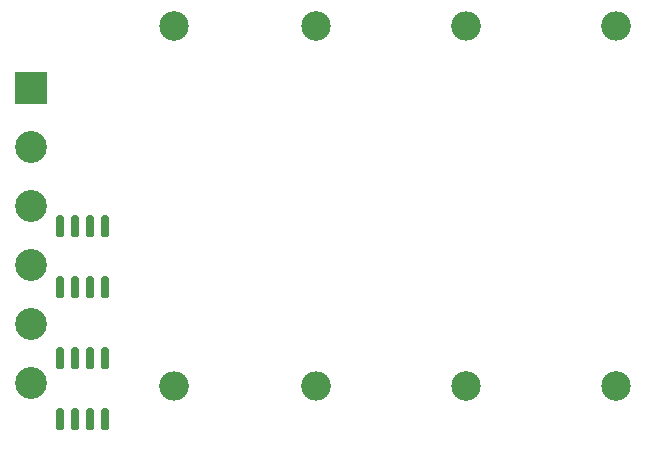
<source format=gts>
%TF.GenerationSoftware,KiCad,Pcbnew,(5.1.6)-1*%
%TF.CreationDate,2020-10-16T10:26:54-04:00*%
%TF.ProjectId,heater,68656174-6572-42e6-9b69-6361645f7063,rev?*%
%TF.SameCoordinates,Original*%
%TF.FileFunction,Soldermask,Top*%
%TF.FilePolarity,Negative*%
%FSLAX46Y46*%
G04 Gerber Fmt 4.6, Leading zero omitted, Abs format (unit mm)*
G04 Created by KiCad (PCBNEW (5.1.6)-1) date 2020-10-16 10:26:54*
%MOMM*%
%LPD*%
G01*
G04 APERTURE LIST*
%ADD10C,2.700000*%
%ADD11R,2.700000X2.700000*%
%ADD12O,2.500000X2.500000*%
%ADD13C,2.500000*%
G04 APERTURE END LIST*
%TO.C,Q2*%
G36*
G01*
X30528000Y-39498000D02*
X30178000Y-39498000D01*
G75*
G02*
X30003000Y-39323000I0J175000D01*
G01*
X30003000Y-37823000D01*
G75*
G02*
X30178000Y-37648000I175000J0D01*
G01*
X30528000Y-37648000D01*
G75*
G02*
X30703000Y-37823000I0J-175000D01*
G01*
X30703000Y-39323000D01*
G75*
G02*
X30528000Y-39498000I-175000J0D01*
G01*
G37*
G36*
G01*
X31798000Y-39498000D02*
X31448000Y-39498000D01*
G75*
G02*
X31273000Y-39323000I0J175000D01*
G01*
X31273000Y-37823000D01*
G75*
G02*
X31448000Y-37648000I175000J0D01*
G01*
X31798000Y-37648000D01*
G75*
G02*
X31973000Y-37823000I0J-175000D01*
G01*
X31973000Y-39323000D01*
G75*
G02*
X31798000Y-39498000I-175000J0D01*
G01*
G37*
G36*
G01*
X33068000Y-39498000D02*
X32718000Y-39498000D01*
G75*
G02*
X32543000Y-39323000I0J175000D01*
G01*
X32543000Y-37823000D01*
G75*
G02*
X32718000Y-37648000I175000J0D01*
G01*
X33068000Y-37648000D01*
G75*
G02*
X33243000Y-37823000I0J-175000D01*
G01*
X33243000Y-39323000D01*
G75*
G02*
X33068000Y-39498000I-175000J0D01*
G01*
G37*
G36*
G01*
X34338000Y-39498000D02*
X33988000Y-39498000D01*
G75*
G02*
X33813000Y-39323000I0J175000D01*
G01*
X33813000Y-37823000D01*
G75*
G02*
X33988000Y-37648000I175000J0D01*
G01*
X34338000Y-37648000D01*
G75*
G02*
X34513000Y-37823000I0J-175000D01*
G01*
X34513000Y-39323000D01*
G75*
G02*
X34338000Y-39498000I-175000J0D01*
G01*
G37*
G36*
G01*
X34338000Y-44648000D02*
X33988000Y-44648000D01*
G75*
G02*
X33813000Y-44473000I0J175000D01*
G01*
X33813000Y-42973000D01*
G75*
G02*
X33988000Y-42798000I175000J0D01*
G01*
X34338000Y-42798000D01*
G75*
G02*
X34513000Y-42973000I0J-175000D01*
G01*
X34513000Y-44473000D01*
G75*
G02*
X34338000Y-44648000I-175000J0D01*
G01*
G37*
G36*
G01*
X33068000Y-44648000D02*
X32718000Y-44648000D01*
G75*
G02*
X32543000Y-44473000I0J175000D01*
G01*
X32543000Y-42973000D01*
G75*
G02*
X32718000Y-42798000I175000J0D01*
G01*
X33068000Y-42798000D01*
G75*
G02*
X33243000Y-42973000I0J-175000D01*
G01*
X33243000Y-44473000D01*
G75*
G02*
X33068000Y-44648000I-175000J0D01*
G01*
G37*
G36*
G01*
X31798000Y-44648000D02*
X31448000Y-44648000D01*
G75*
G02*
X31273000Y-44473000I0J175000D01*
G01*
X31273000Y-42973000D01*
G75*
G02*
X31448000Y-42798000I175000J0D01*
G01*
X31798000Y-42798000D01*
G75*
G02*
X31973000Y-42973000I0J-175000D01*
G01*
X31973000Y-44473000D01*
G75*
G02*
X31798000Y-44648000I-175000J0D01*
G01*
G37*
G36*
G01*
X30528000Y-44648000D02*
X30178000Y-44648000D01*
G75*
G02*
X30003000Y-44473000I0J175000D01*
G01*
X30003000Y-42973000D01*
G75*
G02*
X30178000Y-42798000I175000J0D01*
G01*
X30528000Y-42798000D01*
G75*
G02*
X30703000Y-42973000I0J-175000D01*
G01*
X30703000Y-44473000D01*
G75*
G02*
X30528000Y-44648000I-175000J0D01*
G01*
G37*
%TD*%
D10*
%TO.C,J1*%
X27940000Y-51830000D03*
X27940000Y-46830000D03*
X27940000Y-41830000D03*
X27940000Y-36830000D03*
X27940000Y-31830000D03*
D11*
X27940000Y-26830000D03*
%TD*%
%TO.C,Q1*%
G36*
G01*
X33988000Y-53974000D02*
X34338000Y-53974000D01*
G75*
G02*
X34513000Y-54149000I0J-175000D01*
G01*
X34513000Y-55649000D01*
G75*
G02*
X34338000Y-55824000I-175000J0D01*
G01*
X33988000Y-55824000D01*
G75*
G02*
X33813000Y-55649000I0J175000D01*
G01*
X33813000Y-54149000D01*
G75*
G02*
X33988000Y-53974000I175000J0D01*
G01*
G37*
G36*
G01*
X32718000Y-53974000D02*
X33068000Y-53974000D01*
G75*
G02*
X33243000Y-54149000I0J-175000D01*
G01*
X33243000Y-55649000D01*
G75*
G02*
X33068000Y-55824000I-175000J0D01*
G01*
X32718000Y-55824000D01*
G75*
G02*
X32543000Y-55649000I0J175000D01*
G01*
X32543000Y-54149000D01*
G75*
G02*
X32718000Y-53974000I175000J0D01*
G01*
G37*
G36*
G01*
X31448000Y-53974000D02*
X31798000Y-53974000D01*
G75*
G02*
X31973000Y-54149000I0J-175000D01*
G01*
X31973000Y-55649000D01*
G75*
G02*
X31798000Y-55824000I-175000J0D01*
G01*
X31448000Y-55824000D01*
G75*
G02*
X31273000Y-55649000I0J175000D01*
G01*
X31273000Y-54149000D01*
G75*
G02*
X31448000Y-53974000I175000J0D01*
G01*
G37*
G36*
G01*
X30178000Y-53974000D02*
X30528000Y-53974000D01*
G75*
G02*
X30703000Y-54149000I0J-175000D01*
G01*
X30703000Y-55649000D01*
G75*
G02*
X30528000Y-55824000I-175000J0D01*
G01*
X30178000Y-55824000D01*
G75*
G02*
X30003000Y-55649000I0J175000D01*
G01*
X30003000Y-54149000D01*
G75*
G02*
X30178000Y-53974000I175000J0D01*
G01*
G37*
G36*
G01*
X30178000Y-48824000D02*
X30528000Y-48824000D01*
G75*
G02*
X30703000Y-48999000I0J-175000D01*
G01*
X30703000Y-50499000D01*
G75*
G02*
X30528000Y-50674000I-175000J0D01*
G01*
X30178000Y-50674000D01*
G75*
G02*
X30003000Y-50499000I0J175000D01*
G01*
X30003000Y-48999000D01*
G75*
G02*
X30178000Y-48824000I175000J0D01*
G01*
G37*
G36*
G01*
X31448000Y-48824000D02*
X31798000Y-48824000D01*
G75*
G02*
X31973000Y-48999000I0J-175000D01*
G01*
X31973000Y-50499000D01*
G75*
G02*
X31798000Y-50674000I-175000J0D01*
G01*
X31448000Y-50674000D01*
G75*
G02*
X31273000Y-50499000I0J175000D01*
G01*
X31273000Y-48999000D01*
G75*
G02*
X31448000Y-48824000I175000J0D01*
G01*
G37*
G36*
G01*
X32718000Y-48824000D02*
X33068000Y-48824000D01*
G75*
G02*
X33243000Y-48999000I0J-175000D01*
G01*
X33243000Y-50499000D01*
G75*
G02*
X33068000Y-50674000I-175000J0D01*
G01*
X32718000Y-50674000D01*
G75*
G02*
X32543000Y-50499000I0J175000D01*
G01*
X32543000Y-48999000D01*
G75*
G02*
X32718000Y-48824000I175000J0D01*
G01*
G37*
G36*
G01*
X33988000Y-48824000D02*
X34338000Y-48824000D01*
G75*
G02*
X34513000Y-48999000I0J-175000D01*
G01*
X34513000Y-50499000D01*
G75*
G02*
X34338000Y-50674000I-175000J0D01*
G01*
X33988000Y-50674000D01*
G75*
G02*
X33813000Y-50499000I0J175000D01*
G01*
X33813000Y-48999000D01*
G75*
G02*
X33988000Y-48824000I175000J0D01*
G01*
G37*
%TD*%
D12*
%TO.C,R3*%
X52070000Y-52070000D03*
D13*
X52070000Y-21590000D03*
%TD*%
D12*
%TO.C,R2*%
X64770000Y-21590000D03*
D13*
X64770000Y-52070000D03*
%TD*%
D12*
%TO.C,R1*%
X77470000Y-21590000D03*
D13*
X77470000Y-52070000D03*
%TD*%
D12*
%TO.C,R4*%
X40005000Y-52070000D03*
D13*
X40005000Y-21590000D03*
%TD*%
M02*

</source>
